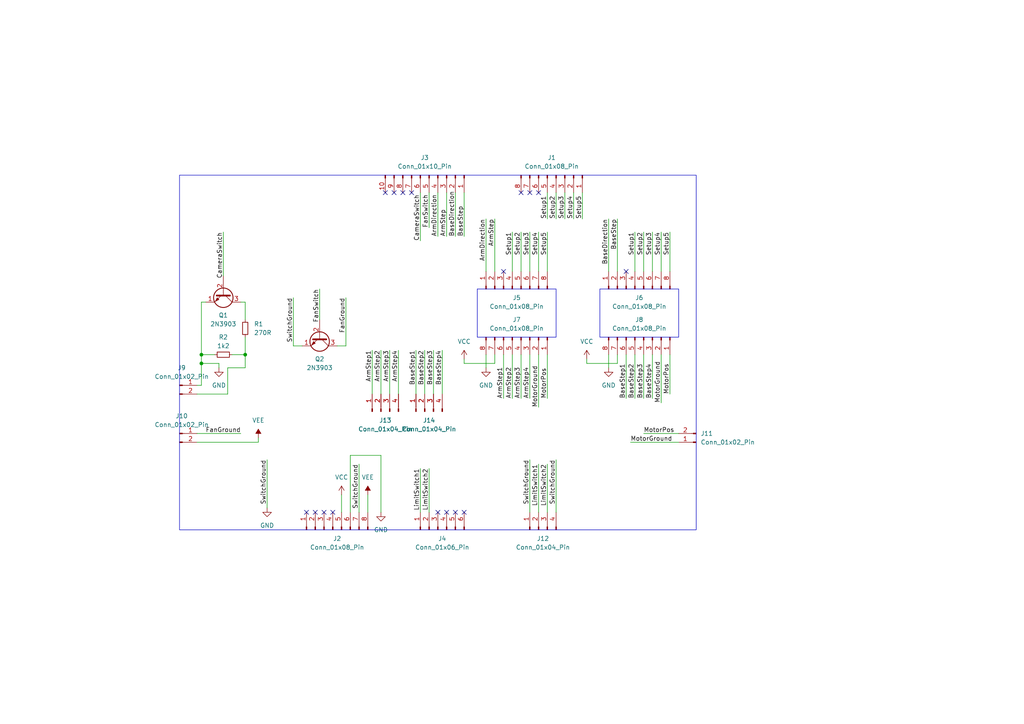
<source format=kicad_sch>
(kicad_sch (version 20230121) (generator eeschema)
  (paper "A4")
  (lib_symbols
    (symbol "Connector:Conn_01x02_Pin" (pin_names (offset 1.016) hide)
      (property "Reference" "J" (at 0 2.54 0))
      (property "Value" "Conn_01x02_Pin" (at 0 -5.08 0))
      (symbol "Conn_01x02_Pin_1_1"
        (polyline (pts (xy 1.27 -2.54) (xy 0.8636 -2.54)) (stroke (width 0.1524)))
        (polyline (pts (xy 1.27 0) (xy 0.8636 0)) (stroke (width 0.1524)))
        (rectangle (start 0.8636 -2.413) (end 0 -2.667) (stroke (width 0.1524)) (fill (type outline)))
        (rectangle (start 0.8636 0.127) (end 0 -0.127) (stroke (width 0.1524)) (fill (type outline)))
        (pin passive line (at 5.08 0 180) (length 3.81) (name "Pin_1") (number "1"))
        (pin passive line (at 5.08 -2.54 180) (length 3.81) (name "Pin_2") (number "2"))
      )
    )
    (symbol "Connector:Conn_01x04_Pin" (pin_names (offset 1.016) hide)
      (property "Reference" "J" (at 0 5.08 0))
      (property "Value" "Conn_01x04_Pin" (at 0 -7.62 0))
      (symbol "Conn_01x04_Pin_1_1"
        (polyline (pts (xy 1.27 -5.08) (xy 0.8636 -5.08)) (stroke (width 0.1524)))
        (polyline (pts (xy 1.27 -2.54) (xy 0.8636 -2.54)) (stroke (width 0.1524)))
        (polyline (pts (xy 1.27 0) (xy 0.8636 0)) (stroke (width 0.1524)))
        (polyline (pts (xy 1.27 2.54) (xy 0.8636 2.54)) (stroke (width 0.1524)))
        (rectangle (start 0.8636 -4.953) (end 0 -5.207) (stroke (width 0.1524)) (fill (type outline)))
        (rectangle (start 0.8636 -2.413) (end 0 -2.667) (stroke (width 0.1524)) (fill (type outline)))
        (rectangle (start 0.8636 0.127) (end 0 -0.127) (stroke (width 0.1524)) (fill (type outline)))
        (rectangle (start 0.8636 2.667) (end 0 2.413) (stroke (width 0.1524)) (fill (type outline)))
        (pin passive line (at 5.08 2.54 180) (length 3.81) (name "Pin_1") (number "1"))
        (pin passive line (at 5.08 0 180) (length 3.81) (name "Pin_2") (number "2"))
        (pin passive line (at 5.08 -2.54 180) (length 3.81) (name "Pin_3") (number "3"))
        (pin passive line (at 5.08 -5.08 180) (length 3.81) (name "Pin_4") (number "4"))
      )
    )
    (symbol "Connector:Conn_01x06_Pin" (pin_names (offset 1.016) hide)
      (property "Reference" "J" (at 0 7.62 0))
      (property "Value" "Conn_01x06_Pin" (at 0 -10.16 0))
      (symbol "Conn_01x06_Pin_1_1"
        (polyline (pts (xy 1.27 -7.62) (xy 0.8636 -7.62)) (stroke (width 0.1524)))
        (polyline (pts (xy 1.27 -5.08) (xy 0.8636 -5.08)) (stroke (width 0.1524)))
        (polyline (pts (xy 1.27 -2.54) (xy 0.8636 -2.54)) (stroke (width 0.1524)))
        (polyline (pts (xy 1.27 0) (xy 0.8636 0)) (stroke (width 0.1524)))
        (polyline (pts (xy 1.27 2.54) (xy 0.8636 2.54)) (stroke (width 0.1524)))
        (polyline (pts (xy 1.27 5.08) (xy 0.8636 5.08)) (stroke (width 0.1524)))
        (rectangle (start 0.8636 -7.493) (end 0 -7.747) (stroke (width 0.1524)) (fill (type outline)))
        (rectangle (start 0.8636 -4.953) (end 0 -5.207) (stroke (width 0.1524)) (fill (type outline)))
        (rectangle (start 0.8636 -2.413) (end 0 -2.667) (stroke (width 0.1524)) (fill (type outline)))
        (rectangle (start 0.8636 0.127) (end 0 -0.127) (stroke (width 0.1524)) (fill (type outline)))
        (rectangle (start 0.8636 2.667) (end 0 2.413) (stroke (width 0.1524)) (fill (type outline)))
        (rectangle (start 0.8636 5.207) (end 0 4.953) (stroke (width 0.1524)) (fill (type outline)))
        (pin passive line (at 5.08 5.08 180) (length 3.81) (name "Pin_1") (number "1"))
        (pin passive line (at 5.08 2.54 180) (length 3.81) (name "Pin_2") (number "2"))
        (pin passive line (at 5.08 0 180) (length 3.81) (name "Pin_3") (number "3"))
        (pin passive line (at 5.08 -2.54 180) (length 3.81) (name "Pin_4") (number "4"))
        (pin passive line (at 5.08 -5.08 180) (length 3.81) (name "Pin_5") (number "5"))
        (pin passive line (at 5.08 -7.62 180) (length 3.81) (name "Pin_6") (number "6"))
      )
    )
    (symbol "Connector:Conn_01x08_Pin" (pin_names (offset 1.016) hide)
      (property "Reference" "J" (at 0 10.16 0))
      (property "Value" "Conn_01x08_Pin" (at 0 -12.7 0))
      (symbol "Conn_01x08_Pin_1_1"
        (polyline (pts (xy 1.27 -10.16) (xy 0.8636 -10.16)) (stroke (width 0.1524)))
        (polyline (pts (xy 1.27 -7.62) (xy 0.8636 -7.62)) (stroke (width 0.1524)))
        (polyline (pts (xy 1.27 -5.08) (xy 0.8636 -5.08)) (stroke (width 0.1524)))
        (polyline (pts (xy 1.27 -2.54) (xy 0.8636 -2.54)) (stroke (width 0.1524)))
        (polyline (pts (xy 1.27 0) (xy 0.8636 0)) (stroke (width 0.1524)))
        (polyline (pts (xy 1.27 2.54) (xy 0.8636 2.54)) (stroke (width 0.1524)))
        (polyline (pts (xy 1.27 5.08) (xy 0.8636 5.08)) (stroke (width 0.1524)))
        (polyline (pts (xy 1.27 7.62) (xy 0.8636 7.62)) (stroke (width 0.1524)))
        (rectangle (start 0.8636 -10.033) (end 0 -10.287) (stroke (width 0.1524)) (fill (type outline)))
        (rectangle (start 0.8636 -7.493) (end 0 -7.747) (stroke (width 0.1524)) (fill (type outline)))
        (rectangle (start 0.8636 -4.953) (end 0 -5.207) (stroke (width 0.1524)) (fill (type outline)))
        (rectangle (start 0.8636 -2.413) (end 0 -2.667) (stroke (width 0.1524)) (fill (type outline)))
        (rectangle (start 0.8636 0.127) (end 0 -0.127) (stroke (width 0.1524)) (fill (type outline)))
        (rectangle (start 0.8636 2.667) (end 0 2.413) (stroke (width 0.1524)) (fill (type outline)))
        (rectangle (start 0.8636 5.207) (end 0 4.953) (stroke (width 0.1524)) (fill (type outline)))
        (rectangle (start 0.8636 7.747) (end 0 7.493) (stroke (width 0.1524)) (fill (type outline)))
        (pin passive line (at 5.08 7.62 180) (length 3.81) (name "Pin_1") (number "1"))
        (pin passive line (at 5.08 5.08 180) (length 3.81) (name "Pin_2") (number "2"))
        (pin passive line (at 5.08 2.54 180) (length 3.81) (name "Pin_3") (number "3"))
        (pin passive line (at 5.08 0 180) (length 3.81) (name "Pin_4") (number "4"))
        (pin passive line (at 5.08 -2.54 180) (length 3.81) (name "Pin_5") (number "5"))
        (pin passive line (at 5.08 -5.08 180) (length 3.81) (name "Pin_6") (number "6"))
        (pin passive line (at 5.08 -7.62 180) (length 3.81) (name "Pin_7") (number "7"))
        (pin passive line (at 5.08 -10.16 180) (length 3.81) (name "Pin_8") (number "8"))
      )
    )
    (symbol "Connector:Conn_01x10_Pin" (pin_names (offset 1.016) hide)
      (property "Reference" "J" (at 0 12.7 0))
      (property "Value" "Conn_01x10_Pin" (at 0 -15.24 0))
      (symbol "Conn_01x10_Pin_1_1"
        (polyline (pts (xy 1.27 -12.7) (xy 0.8636 -12.7)) (stroke (width 0.1524)))
        (polyline (pts (xy 1.27 -10.16) (xy 0.8636 -10.16)) (stroke (width 0.1524)))
        (polyline (pts (xy 1.27 -7.62) (xy 0.8636 -7.62)) (stroke (width 0.1524)))
        (polyline (pts (xy 1.27 -5.08) (xy 0.8636 -5.08)) (stroke (width 0.1524)))
        (polyline (pts (xy 1.27 -2.54) (xy 0.8636 -2.54)) (stroke (width 0.1524)))
        (polyline (pts (xy 1.27 0) (xy 0.8636 0)) (stroke (width 0.1524)))
        (polyline (pts (xy 1.27 2.54) (xy 0.8636 2.54)) (stroke (width 0.1524)))
        (polyline (pts (xy 1.27 5.08) (xy 0.8636 5.08)) (stroke (width 0.1524)))
        (polyline (pts (xy 1.27 7.62) (xy 0.8636 7.62)) (stroke (width 0.1524)))
        (polyline (pts (xy 1.27 10.16) (xy 0.8636 10.16)) (stroke (width 0.1524)))
        (rectangle (start 0.8636 -12.573) (end 0 -12.827) (stroke (width 0.1524)) (fill (type outline)))
        (rectangle (start 0.8636 -10.033) (end 0 -10.287) (stroke (width 0.1524)) (fill (type outline)))
        (rectangle (start 0.8636 -7.493) (end 0 -7.747) (stroke (width 0.1524)) (fill (type outline)))
        (rectangle (start 0.8636 -4.953) (end 0 -5.207) (stroke (width 0.1524)) (fill (type outline)))
        (rectangle (start 0.8636 -2.413) (end 0 -2.667) (stroke (width 0.1524)) (fill (type outline)))
        (rectangle (start 0.8636 0.127) (end 0 -0.127) (stroke (width 0.1524)) (fill (type outline)))
        (rectangle (start 0.8636 2.667) (end 0 2.413) (stroke (width 0.1524)) (fill (type outline)))
        (rectangle (start 0.8636 5.207) (end 0 4.953) (stroke (width 0.1524)) (fill (type outline)))
        (rectangle (start 0.8636 7.747) (end 0 7.493) (stroke (width 0.1524)) (fill (type outline)))
        (rectangle (start 0.8636 10.287) (end 0 10.033) (stroke (width 0.1524)) (fill (type outline)))
        (pin passive line (at 5.08 10.16 180) (length 3.81) (name "Pin_1") (number "1"))
        (pin passive line (at 5.08 -12.7 180) (length 3.81) (name "Pin_10") (number "10"))
        (pin passive line (at 5.08 7.62 180) (length 3.81) (name "Pin_2") (number "2"))
        (pin passive line (at 5.08 5.08 180) (length 3.81) (name "Pin_3") (number "3"))
        (pin passive line (at 5.08 2.54 180) (length 3.81) (name "Pin_4") (number "4"))
        (pin passive line (at 5.08 0 180) (length 3.81) (name "Pin_5") (number "5"))
        (pin passive line (at 5.08 -2.54 180) (length 3.81) (name "Pin_6") (number "6"))
        (pin passive line (at 5.08 -5.08 180) (length 3.81) (name "Pin_7") (number "7"))
        (pin passive line (at 5.08 -7.62 180) (length 3.81) (name "Pin_8") (number "8"))
        (pin passive line (at 5.08 -10.16 180) (length 3.81) (name "Pin_9") (number "9"))
      )
    )
    (symbol "Device:R_Small" (pin_numbers hide) (pin_names (offset 0.254) hide)
      (property "Reference" "R" (at 0.762 0.508 0))
      (property "Value" "R_Small" (at 0.762 -1.016 0))
      (symbol "R_Small_0_1"
        (rectangle (start -0.762 1.778) (end 0.762 -1.778) (stroke (width 0.2032)))
      )
      (symbol "R_Small_1_1"
        (pin passive line (at 0 2.54 270) (length 0.762) (name "~") (number "1"))
        (pin passive line (at 0 -2.54 90) (length 0.762) (name "~") (number "2"))
      )
    )
    (symbol "Transistor_BJT:2N3904" (pin_names (offset 0) hide)
      (property "Reference" "Q" (at 5.08 1.905 0))
      (property "Value" "2N3904" (at 5.08 0 0))
      (symbol "2N3904_0_1"
        (polyline (pts (xy 0.635 0.635) (xy 2.54 2.54)))
        (polyline (pts (xy 0.635 -0.635) (xy 2.54 -2.54) (xy 2.54 -2.54)))
        (polyline (pts (xy 0.635 1.905) (xy 0.635 -1.905) (xy 0.635 -1.905)) (stroke (width 0.508)))
        (polyline (pts (xy 1.27 -1.778) (xy 1.778 -1.27) (xy 2.286 -2.286) (xy 1.27 -1.778) (xy 1.27 -1.778)) (fill (type outline)))
        (circle (center 1.27 0) (radius 2.8194) (stroke (width 0.254)))
      )
      (symbol "2N3904_1_1"
        (pin passive line (at 2.54 -5.08 90) (length 2.54) (name "E") (number "1"))
        (pin passive line (at -5.08 0 0) (length 5.715) (name "B") (number "2"))
        (pin passive line (at 2.54 5.08 270) (length 2.54) (name "C") (number "3"))
      )
    )
    (symbol "power:GND" (power) (pin_names (offset 0))
      (property "Value" "GND" (at 0 -3.81 0))
      (symbol "GND_0_1"
        (polyline (pts (xy 0 0) (xy 0 -1.27) (xy 1.27 -1.27) (xy 0 -2.54) (xy -1.27 -1.27) (xy 0 -1.27)))
      )
      (symbol "GND_1_1"
        (pin power_in line (at 0 0 270) (length 0) hide (name "GND") (number "1"))
      )
    )
    (symbol "power:VCC" (power) (pin_names (offset 0))
      (property "Value" "VCC" (at 0 3.81 0))
      (symbol "VCC_0_1"
        (polyline (pts (xy -0.762 1.27) (xy 0 2.54)))
        (polyline (pts (xy 0 0) (xy 0 2.54)))
        (polyline (pts (xy 0 2.54) (xy 0.762 1.27)))
      )
      (symbol "VCC_1_1"
        (pin power_in line (at 0 0 90) (length 0) hide (name "VCC") (number "1"))
      )
    )
    (symbol "power:VEE" (power) (pin_names (offset 0))
      (property "Value" "VEE" (at 0 3.81 0))
      (symbol "VEE_0_1"
        (polyline (pts (xy 0 0) (xy 0 2.54)))
        (polyline (pts (xy 0.762 1.27) (xy -0.762 1.27) (xy 0 2.54) (xy 0.762 1.27)) (fill (type outline)))
      )
      (symbol "VEE_1_1"
        (pin power_in line (at 0 0 90) (length 0) hide (name "VEE") (number "1"))
      )
    )
  )
  (junction (at 58.42 102.87))
  (junction (at 71.12 102.87))
  (junction (at 58.42 105.41))
  (no_connect (at 151.13 55.88))
  (no_connect (at 146.05 78.74))
  (no_connect (at 111.76 55.88))
  (no_connect (at 96.52 148.59))
  (no_connect (at 88.9 148.59))
  (no_connect (at 153.67 55.88))
  (no_connect (at 132.08 148.59))
  (no_connect (at 91.44 148.59))
  (no_connect (at 156.21 55.88))
  (no_connect (at 129.54 148.59))
  (no_connect (at 181.61 78.74))
  (no_connect (at 93.98 148.59))
  (no_connect (at 116.84 55.88))
  (no_connect (at 127 148.59))
  (no_connect (at 134.62 148.59))
  (no_connect (at 119.38 55.88))
  (no_connect (at 114.3 55.88))
  (wire (pts (xy 121.92 55.88) (xy 121.92 69.85)))
  (wire (pts (xy 168.91 55.88) (xy 168.91 63.5)))
  (wire (pts (xy 92.71 83.82) (xy 92.71 92.71)))
  (wire (pts (xy 71.12 97.79) (xy 71.12 102.87)))
  (wire (pts (xy 153.67 133.35) (xy 153.67 148.59)))
  (wire (pts (xy 110.49 132.08) (xy 101.6 132.08)))
  (wire (pts (xy 71.12 102.87) (xy 67.31 102.87)))
  (wire (pts (xy 170.18 104.14) (xy 170.18 105.41)))
  (wire (pts (xy 127 55.88) (xy 127 68.58)))
  (wire (pts (xy 140.97 63.5) (xy 140.97 78.74)))
  (wire (pts (xy 153.67 102.87) (xy 153.67 115.57)))
  (wire (pts (xy 166.37 55.88) (xy 166.37 63.5)))
  (wire (pts (xy 191.77 67.31) (xy 191.77 78.74)))
  (wire (pts (xy 132.08 55.88) (xy 132.08 68.58)))
  (wire (pts (xy 59.69 87.63) (xy 58.42 87.63)))
  (wire (pts (xy 77.47 133.35) (xy 77.47 147.32)))
  (wire (pts (xy 148.59 67.31) (xy 148.59 78.74)))
  (wire (pts (xy 113.03 101.6) (xy 113.03 114.3)))
  (wire (pts (xy 158.75 134.62) (xy 158.75 148.59)))
  (wire (pts (xy 143.51 63.5) (xy 143.51 78.74)))
  (wire (pts (xy 123.19 101.6) (xy 123.19 114.3)))
  (wire (pts (xy 121.92 135.89) (xy 121.92 148.59)))
  (wire (pts (xy 124.46 135.89) (xy 124.46 148.59)))
  (wire (pts (xy 57.15 128.27) (xy 74.93 128.27)))
  (wire (pts (xy 58.42 102.87) (xy 62.23 102.87)))
  (wire (pts (xy 163.83 55.88) (xy 163.83 63.5)))
  (wire (pts (xy 158.75 55.88) (xy 158.75 63.5)))
  (wire (pts (xy 85.09 86.36) (xy 85.09 100.33)))
  (wire (pts (xy 57.15 111.76) (xy 58.42 111.76)))
  (wire (pts (xy 66.04 106.68) (xy 71.12 106.68)))
  (wire (pts (xy 158.75 102.87) (xy 158.75 115.57)))
  (wire (pts (xy 189.23 67.31) (xy 189.23 78.74)))
  (wire (pts (xy 120.65 101.6) (xy 120.65 114.3)))
  (wire (pts (xy 140.97 102.87) (xy 140.97 106.68)))
  (wire (pts (xy 184.15 67.31) (xy 184.15 78.74)))
  (wire (pts (xy 100.33 100.33) (xy 97.79 100.33)))
  (wire (pts (xy 181.61 102.87) (xy 181.61 115.57)))
  (wire (pts (xy 184.15 102.87) (xy 184.15 115.57)))
  (wire (pts (xy 134.62 104.14) (xy 134.62 105.41)))
  (wire (pts (xy 110.49 101.6) (xy 110.49 114.3)))
  (wire (pts (xy 194.31 67.31) (xy 194.31 78.74)))
  (wire (pts (xy 186.69 67.31) (xy 186.69 78.74)))
  (wire (pts (xy 186.69 102.87) (xy 186.69 115.57)))
  (wire (pts (xy 58.42 87.63) (xy 58.42 102.87)))
  (wire (pts (xy 146.05 102.87) (xy 146.05 115.57)))
  (wire (pts (xy 124.46 55.88) (xy 124.46 66.04)))
  (wire (pts (xy 170.18 105.41) (xy 179.07 105.41)))
  (wire (pts (xy 104.14 134.62) (xy 104.14 148.59)))
  (wire (pts (xy 63.5 105.41) (xy 58.42 105.41)))
  (wire (pts (xy 151.13 67.31) (xy 151.13 78.74)))
  (wire (pts (xy 58.42 102.87) (xy 58.42 105.41)))
  (wire (pts (xy 63.5 106.68) (xy 63.5 105.41)))
  (wire (pts (xy 176.53 63.5) (xy 176.53 78.74)))
  (wire (pts (xy 64.77 67.31) (xy 64.77 80.01)))
  (wire (pts (xy 66.04 114.3) (xy 66.04 106.68)))
  (wire (pts (xy 85.09 100.33) (xy 87.63 100.33)))
  (wire (pts (xy 186.69 125.73) (xy 196.85 125.73)))
  (wire (pts (xy 156.21 102.87) (xy 156.21 118.11)))
  (wire (pts (xy 134.62 105.41) (xy 143.51 105.41)))
  (wire (pts (xy 71.12 87.63) (xy 69.85 87.63)))
  (wire (pts (xy 129.54 55.88) (xy 129.54 68.58)))
  (wire (pts (xy 58.42 105.41) (xy 58.42 111.76)))
  (wire (pts (xy 161.29 55.88) (xy 161.29 63.5)))
  (wire (pts (xy 158.75 67.31) (xy 158.75 78.74)))
  (wire (pts (xy 191.77 102.87) (xy 191.77 116.84)))
  (wire (pts (xy 71.12 92.71) (xy 71.12 87.63)))
  (wire (pts (xy 128.27 101.6) (xy 128.27 114.3)))
  (wire (pts (xy 143.51 105.41) (xy 143.51 102.87)))
  (wire (pts (xy 179.07 63.5) (xy 179.07 78.74)))
  (wire (pts (xy 57.15 114.3) (xy 66.04 114.3)))
  (wire (pts (xy 74.93 127) (xy 74.93 128.27)))
  (wire (pts (xy 176.53 102.87) (xy 176.53 106.68)))
  (wire (pts (xy 57.15 125.73) (xy 69.85 125.73)))
  (wire (pts (xy 179.07 102.87) (xy 179.07 105.41)))
  (wire (pts (xy 153.67 67.31) (xy 153.67 78.74)))
  (wire (pts (xy 148.59 102.87) (xy 148.59 115.57)))
  (wire (pts (xy 156.21 67.31) (xy 156.21 78.74)))
  (wire (pts (xy 101.6 132.08) (xy 101.6 148.59)))
  (wire (pts (xy 194.31 102.87) (xy 194.31 114.3)))
  (wire (pts (xy 115.57 101.6) (xy 115.57 114.3)))
  (wire (pts (xy 107.95 101.6) (xy 107.95 114.3)))
  (wire (pts (xy 125.73 101.6) (xy 125.73 114.3)))
  (wire (pts (xy 100.33 86.36) (xy 100.33 100.33)))
  (wire (pts (xy 99.06 143.51) (xy 99.06 148.59)))
  (wire (pts (xy 110.49 148.59) (xy 110.49 132.08)))
  (wire (pts (xy 106.68 143.51) (xy 106.68 148.59)))
  (wire (pts (xy 151.13 102.87) (xy 151.13 115.57)))
  (wire (pts (xy 161.29 148.59) (xy 161.29 133.35)))
  (wire (pts (xy 182.88 128.27) (xy 196.85 128.27)))
  (wire (pts (xy 71.12 106.68) (xy 71.12 102.87)))
  (wire (pts (xy 134.62 55.88) (xy 134.62 68.58)))
  (wire (pts (xy 156.21 134.62) (xy 156.21 148.59)))
  (wire (pts (xy 189.23 102.87) (xy 189.23 115.57)))
  (rectangle (start 52.07 50.8) (end 201.93 153.67))
  (rectangle (start 173.99 83.82) (end 196.85 97.79))
  (rectangle (start 138.43 83.82) (end 161.29 97.79))
  (label "MotorGround" (at 156.21 118.11 90))
  (label "LimitSwitch1" (at 121.92 135.89 270))
  (label "BaseStep4" (at 128.27 101.6 270))
  (label "Setup3" (at 189.23 67.31 270))
  (label "Setup3" (at 153.67 67.31 270))
  (label "ArmStep3" (at 151.13 115.57 90))
  (label "BaseStep4" (at 189.23 115.57 90))
  (label "ArmStep" (at 143.51 63.5 270))
  (label "LimitSwitch2" (at 124.46 135.89 270))
  (label "SwitchGround" (at 85.09 86.36 270))
  (label "ArmStep4" (at 115.57 101.6 270))
  (label "Setup3" (at 163.83 63.5 90))
  (label "LimitSwitch2" (at 158.75 134.62 270))
  (label "ArmDirection" (at 140.97 63.5 270))
  (label "Setup2" (at 161.29 63.5 90))
  (label "ArmStep3" (at 113.03 101.6 270))
  (label "FanSwitch" (at 124.46 66.04 90))
  (label "BaseStep2" (at 184.15 115.57 90))
  (label "MotorGround" (at 191.77 116.84 90))
  (label "MotorPos" (at 158.75 115.57 90))
  (label "Setup1" (at 184.15 67.31 270))
  (label "SwitchGround" (at 161.29 133.35 270))
  (label "LimitSwitch1" (at 156.21 134.62 270))
  (label "ArmStep4" (at 153.67 115.57 90))
  (label "FanGround" (at 69.85 125.73 180))
  (label "Setup5" (at 168.91 63.5 90))
  (label "ArmStep1" (at 107.95 101.6 270))
  (label "Setup1" (at 148.59 67.31 270))
  (label "MotorGround" (at 182.88 128.27 0))
  (label "BaseStep1" (at 181.61 115.57 90))
  (label "BaseStep" (at 179.07 63.5 270))
  (label "Setup5" (at 194.31 67.31 270))
  (label "BaseStep" (at 134.62 68.58 90))
  (label "Setup4" (at 166.37 63.5 90))
  (label "ArmStep2" (at 148.59 115.57 90))
  (label "FanGround" (at 100.33 86.36 270))
  (label "Setup4" (at 191.77 67.31 270))
  (label "ArmDirection" (at 127 68.58 90))
  (label "ArmStep2" (at 110.49 101.6 270))
  (label "BaseStep3" (at 125.73 101.6 270))
  (label "BaseStep1" (at 120.65 101.6 270))
  (label "CameraSwitch" (at 64.77 67.31 270))
  (label "SwitchGround" (at 77.47 133.35 270))
  (label "BaseDirection" (at 176.53 63.5 270))
  (label "SwitchGround" (at 153.67 133.35 270))
  (label "Setup4" (at 156.21 67.31 270))
  (label "BaseDirection" (at 132.08 68.58 90))
  (label "BaseStep3" (at 186.69 115.57 90))
  (label "Setup1" (at 158.75 63.5 90))
  (label "MotorPos" (at 194.31 114.3 90))
  (label "MotorPos" (at 186.69 125.73 0))
  (label "BaseStep2" (at 123.19 101.6 270))
  (label "ArmStep1" (at 146.05 115.57 90))
  (label "FanSwitch" (at 92.71 83.82 270))
  (label "CameraSwitch" (at 121.92 69.85 90))
  (label "ArmStep" (at 129.54 68.58 90))
  (label "Setup5" (at 158.75 67.31 270))
  (label "SwitchGround" (at 104.14 134.62 270))
  (label "Setup2" (at 186.69 67.31 270))
  (label "Setup2" (at 151.13 67.31 270))
  (symbol (lib_id "Connector:Conn_01x08_Pin") (at 96.52 153.67 90) (unit 1)
    (property "Reference" "J2" (at 97.79 156.21 90))
    (property "Value" "Conn_01x08_Pin" (at 97.79 158.75 90))
    (property "Footprint" "Connector_PinHeader_2.54mm:PinHeader_1x08_P2.54mm_Vertical" (effects hide))
  )
  (symbol (lib_id "Connector:Conn_01x04_Pin") (at 123.19 119.38 90) (unit 1)
    (property "Reference" "J14" (at 124.46 121.92 90))
    (property "Value" "Conn_01x04_Pin" (at 124.46 124.46 90))
    (property "Footprint" "Connector_PinHeader_2.54mm:PinHeader_1x04_P2.54mm_Vertical" (effects hide))
  )
  (symbol (lib_id "Connector:Conn_01x04_Pin") (at 156.21 153.67 90) (unit 1)
    (property "Reference" "J12" (at 157.48 156.21 90))
    (property "Value" "Conn_01x04_Pin" (at 157.48 158.75 90))
    (property "Footprint" "Connector_PinHeader_2.54mm:PinHeader_1x04_P2.54mm_Vertical" (effects hide))
  )
  (symbol (lib_id "power:VEE") (at 106.68 143.51 0) (unit 1)
    (property "Reference" "#PWR08" (effects hide))
    (property "Value" "VEE" (at 106.68 138.43 0))
  )
  (symbol (lib_id "Connector:Conn_01x08_Pin") (at 151.13 97.79 270) (unit 1)
    (property "Reference" "J7" (at 149.86 92.71 90))
    (property "Value" "Conn_01x08_Pin" (at 149.86 95.25 90))
    (property "Footprint" "Connector_PinHeader_2.54mm:PinHeader_1x08_P2.54mm_Vertical" (effects hide))
  )
  (symbol (lib_id "Connector:Conn_01x08_Pin") (at 184.15 83.82 90) (unit 1)
    (property "Reference" "J6" (at 185.42 86.36 90))
    (property "Value" "Conn_01x08_Pin" (at 185.42 88.9 90))
    (property "Footprint" "Connector_PinHeader_2.54mm:PinHeader_1x08_P2.54mm_Vertical" (effects hide))
  )
  (symbol (lib_id "Device:R_Small") (at 71.12 95.25 0) (unit 1)
    (property "Reference" "R1" (at 73.66 93.98 0) (effects (justify left)))
    (property "Value" "270R" (at 73.66 96.52 0) (effects (justify left)))
    (property "Footprint" "Resistor_THT:R_Axial_DIN0207_L6.3mm_D2.5mm_P10.16mm_Horizontal" (effects hide))
  )
  (symbol (lib_id "Connector:Conn_01x10_Pin") (at 124.46 50.8 270) (unit 1)
    (property "Reference" "J3" (at 123.19 45.72 90))
    (property "Value" "Conn_01x10_Pin" (at 123.19 48.26 90))
    (property "Footprint" "Connector_PinHeader_2.54mm:PinHeader_1x10_P2.54mm_Vertical" (effects hide))
  )
  (symbol (lib_id "Connector:Conn_01x02_Pin") (at 52.07 111.76 0) (unit 1)
    (property "Reference" "J9" (at 52.705 106.68 0))
    (property "Value" "Conn_01x02_Pin" (at 52.705 109.22 0))
    (property "Footprint" "Connector_PinHeader_2.54mm:PinHeader_1x02_P2.54mm_Vertical" (effects hide))
  )
  (symbol (lib_id "power:GND") (at 110.49 148.59 0) (unit 1)
    (property "Reference" "#PWR09" (effects hide))
    (property "Value" "GND" (at 110.49 153.67 0))
  )
  (symbol (lib_id "Connector:Conn_01x08_Pin") (at 186.69 97.79 270) (unit 1)
    (property "Reference" "J8" (at 185.42 92.71 90))
    (property "Value" "Conn_01x08_Pin" (at 185.42 95.25 90))
    (property "Footprint" "Connector_PinHeader_2.54mm:PinHeader_1x08_P2.54mm_Vertical" (effects hide))
  )
  (symbol (lib_id "power:GND") (at 176.53 106.68 0) (unit 1)
    (property "Reference" "#PWR06" (effects hide))
    (property "Value" "GND" (at 176.53 111.76 0))
  )
  (symbol (lib_id "power:VCC") (at 134.62 104.14 0) (unit 1)
    (property "Reference" "#PWR03" (effects hide))
    (property "Value" "VCC" (at 134.62 99.06 0))
  )
  (symbol (lib_id "Transistor_BJT:2N3904") (at 92.71 97.79 270) (unit 1)
    (property "Reference" "Q2" (at 92.71 104.14 90))
    (property "Value" "2N3903" (at 92.71 106.68 90))
    (property "Footprint" "Package_TO_SOT_THT:TO-92_Inline" (effects hide))
    (property "Datasheet" "https://www.onsemi.com/pub/Collateral/2N3903-D.PDF" (effects hide))
  )
  (symbol (lib_id "Connector:Conn_01x06_Pin") (at 127 153.67 90) (unit 1)
    (property "Reference" "J4" (at 128.27 156.21 90))
    (property "Value" "Conn_01x06_Pin" (at 128.27 158.75 90))
    (property "Footprint" "Connector_PinHeader_2.54mm:PinHeader_1x06_P2.54mm_Vertical" (effects hide))
  )
  (symbol (lib_id "Connector:Conn_01x02_Pin") (at 52.07 125.73 0) (unit 1)
    (property "Reference" "J10" (at 52.705 120.65 0))
    (property "Value" "Conn_01x02_Pin" (at 52.705 123.19 0))
    (property "Footprint" "Connector_PinHeader_2.54mm:PinHeader_1x02_P2.54mm_Vertical" (effects hide))
  )
  (symbol (lib_id "power:VCC") (at 99.06 143.51 0) (unit 1)
    (property "Reference" "#PWR07" (effects hide))
    (property "Value" "VCC" (at 99.06 138.43 0))
  )
  (symbol (lib_id "Connector:Conn_01x04_Pin") (at 110.49 119.38 90) (unit 1)
    (property "Reference" "J13" (at 111.76 121.92 90))
    (property "Value" "Conn_01x04_Pin" (at 111.76 124.46 90))
    (property "Footprint" "Connector_PinHeader_2.54mm:PinHeader_1x04_P2.54mm_Vertical" (effects hide))
  )
  (symbol (lib_id "power:VEE") (at 74.93 127 0) (unit 1)
    (property "Reference" "#PWR010" (effects hide))
    (property "Value" "VEE" (at 74.93 121.92 0))
  )
  (symbol (lib_id "power:GND") (at 77.47 147.32 0) (unit 1)
    (property "Reference" "#PWR01" (effects hide))
    (property "Value" "GND" (at 77.47 152.4 0))
  )
  (symbol (lib_id "power:GND") (at 140.97 106.68 0) (unit 1)
    (property "Reference" "#PWR05" (effects hide))
    (property "Value" "GND" (at 140.97 111.76 0))
  )
  (symbol (lib_id "Device:R_Small") (at 64.77 102.87 90) (unit 1)
    (property "Reference" "R2" (at 64.77 97.79 90))
    (property "Value" "1k2" (at 64.77 100.33 90))
    (property "Footprint" "Resistor_THT:R_Axial_DIN0207_L6.3mm_D2.5mm_P10.16mm_Horizontal" (effects hide))
  )
  (symbol (lib_id "Connector:Conn_01x08_Pin") (at 148.59 83.82 90) (unit 1)
    (property "Reference" "J5" (at 149.86 86.36 90))
    (property "Value" "Conn_01x08_Pin" (at 149.86 88.9 90))
    (property "Footprint" "Connector_PinHeader_2.54mm:PinHeader_1x08_P2.54mm_Vertical" (effects hide))
  )
  (symbol (lib_id "Connector:Conn_01x08_Pin") (at 161.29 50.8 270) (unit 1)
    (property "Reference" "J1" (at 160.02 45.72 90))
    (property "Value" "Conn_01x08_Pin" (at 160.02 48.26 90))
    (property "Footprint" "Connector_PinHeader_2.54mm:PinHeader_1x08_P2.54mm_Vertical" (effects hide))
  )
  (symbol (lib_id "Connector:Conn_01x02_Pin") (at 201.93 128.27 180) (unit 1)
    (property "Reference" "J11" (at 203.2 125.73 0) (effects (justify right)))
    (property "Value" "Conn_01x02_Pin" (at 203.2 128.27 0) (effects (justify right)))
    (property "Footprint" "Connector_PinHeader_2.54mm:PinHeader_1x02_P2.54mm_Vertical" (effects hide))
  )
  (symbol (lib_id "power:GND") (at 63.5 106.68 0) (unit 1)
    (property "Reference" "#PWR02" (effects hide))
    (property "Value" "GND" (at 63.5 111.76 0))
  )
  (symbol (lib_id "Transistor_BJT:2N3904") (at 64.77 85.09 270) (unit 1)
    (property "Reference" "Q1" (at 64.77 91.44 90))
    (property "Value" "2N3903" (at 64.77 93.98 90))
    (property "Footprint" "Package_TO_SOT_THT:TO-92_Inline" (effects hide))
    (property "Datasheet" "https://www.onsemi.com/pub/Collateral/2N3903-D.PDF" (effects hide))
  )
  (symbol (lib_id "power:VCC") (at 170.18 104.14 0) (unit 1)
    (property "Reference" "#PWR04" (effects hide))
    (property "Value" "VCC" (at 170.18 99.06 0))
  )
)
</source>
